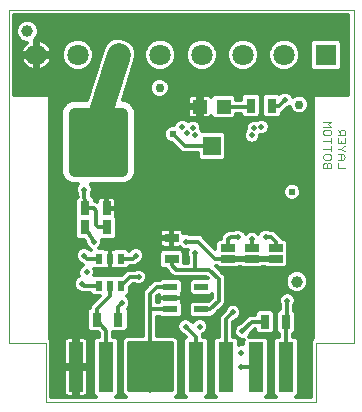
<source format=gbl>
G75*
%MOIN*%
%OFA0B0*%
%FSLAX24Y24*%
%IPPOS*%
%LPD*%
%AMOC8*
5,1,8,0,0,1.08239X$1,22.5*
%
%ADD10C,0.0000*%
%ADD11C,0.0040*%
%ADD12R,0.0500X0.1654*%
%ADD13R,0.0236X0.0354*%
%ADD14C,0.0258*%
%ADD15R,0.0500X0.0250*%
%ADD16R,0.0591X0.0630*%
%ADD17R,0.0472X0.0472*%
%ADD18R,0.0315X0.0472*%
%ADD19R,0.0472X0.0217*%
%ADD20R,0.0472X0.0315*%
%ADD21R,0.0709X0.0709*%
%ADD22C,0.0709*%
%ADD23C,0.0394*%
%ADD24C,0.0200*%
%ADD25C,0.0295*%
%ADD26C,0.0237*%
%ADD27C,0.0118*%
%ADD28C,0.0394*%
%ADD29C,0.0787*%
%ADD30C,0.0197*%
D10*
X001591Y000198D02*
X001591Y002167D01*
X000343Y002167D01*
X000343Y013269D01*
X011839Y013269D01*
X011839Y002167D01*
X010591Y002167D01*
X010591Y000198D01*
X001591Y000198D01*
D11*
X010835Y008014D02*
X010835Y008141D01*
X010878Y008184D01*
X010920Y008184D01*
X010963Y008141D01*
X010963Y008014D01*
X010963Y008141D02*
X011005Y008184D01*
X011048Y008184D01*
X011090Y008141D01*
X011090Y008014D01*
X010835Y008014D01*
X010878Y008286D02*
X010835Y008328D01*
X010835Y008413D01*
X010878Y008456D01*
X011048Y008456D01*
X011090Y008413D01*
X011090Y008328D01*
X011048Y008286D01*
X010878Y008286D01*
X011090Y008557D02*
X011090Y008728D01*
X011090Y008643D02*
X010835Y008643D01*
X010835Y008915D02*
X011090Y008915D01*
X011090Y009000D02*
X011090Y008829D01*
X011307Y008829D02*
X011307Y009000D01*
X011307Y009101D02*
X011563Y009101D01*
X011563Y009229D01*
X011520Y009272D01*
X011435Y009272D01*
X011393Y009229D01*
X011393Y009101D01*
X011393Y009186D02*
X011307Y009272D01*
X011090Y009229D02*
X011048Y009272D01*
X010878Y009272D01*
X010835Y009229D01*
X010835Y009144D01*
X010878Y009101D01*
X011048Y009101D01*
X011090Y009144D01*
X011090Y009229D01*
X011090Y009373D02*
X010835Y009373D01*
X010835Y009543D02*
X011090Y009543D01*
X011005Y009458D01*
X011090Y009373D01*
X011435Y008915D02*
X011435Y008829D01*
X011563Y008829D02*
X011307Y008829D01*
X011307Y008643D02*
X011435Y008643D01*
X011520Y008728D01*
X011563Y008728D01*
X011563Y008829D02*
X011563Y009000D01*
X011435Y008643D02*
X011520Y008557D01*
X011563Y008557D01*
X011478Y008456D02*
X011563Y008371D01*
X011478Y008286D01*
X011307Y008286D01*
X011307Y008184D02*
X011307Y008014D01*
X011563Y008014D01*
X011435Y008286D02*
X011435Y008456D01*
X011478Y008456D02*
X011307Y008456D01*
D12*
X009591Y001372D03*
X008591Y001372D03*
X007591Y001372D03*
X006591Y001372D03*
X005591Y001372D03*
X004591Y001372D03*
X003591Y001372D03*
X002591Y001372D03*
D13*
X003339Y004076D03*
X003713Y004076D03*
X004087Y004076D03*
X004087Y004982D03*
X003713Y004982D03*
X003339Y004982D03*
D14*
X005972Y006852D03*
X005972Y007364D03*
X005972Y007876D03*
X006484Y007876D03*
X006996Y007876D03*
X007508Y007876D03*
X008020Y007876D03*
X008020Y007364D03*
X008020Y006852D03*
X007508Y006852D03*
X007508Y007364D03*
X006996Y007364D03*
X006484Y007364D03*
X006484Y006852D03*
X006996Y006852D03*
X008531Y006852D03*
X008531Y007364D03*
X008531Y007876D03*
X009043Y007876D03*
X009043Y007364D03*
X009043Y006852D03*
D15*
X009240Y005351D03*
X009240Y004967D03*
X008453Y004967D03*
X008453Y005351D03*
X007665Y005351D03*
X007665Y004967D03*
D16*
X007114Y008742D03*
D17*
X006720Y010051D03*
X007508Y010051D03*
D18*
X008413Y010080D03*
X009122Y010080D03*
X003610Y006655D03*
X003610Y006025D03*
X002902Y006025D03*
X002902Y006655D03*
X003295Y002954D03*
X004004Y002954D03*
X008886Y002876D03*
X009594Y002876D03*
D19*
X006760Y003289D03*
X006760Y004037D03*
X005736Y004037D03*
X005736Y003663D03*
X005736Y003289D03*
D20*
X005776Y004962D03*
X005776Y005671D03*
D21*
X010913Y011773D03*
D22*
X009535Y011773D03*
X008157Y011773D03*
X006780Y011773D03*
X005402Y011773D03*
X004024Y011773D03*
X002646Y011773D03*
X001268Y011773D03*
D23*
X000972Y012561D03*
X009949Y004214D03*
D24*
X009634Y003584D03*
X008138Y002561D03*
X007823Y003191D03*
X006720Y002718D03*
X006248Y002718D03*
X005067Y002009D03*
X005146Y001694D03*
X005067Y001380D03*
X005146Y000986D03*
X005067Y000592D03*
X003098Y000986D03*
X003059Y001380D03*
X003098Y001773D03*
X003059Y002167D03*
X001957Y002167D03*
X002035Y001694D03*
X002035Y001143D03*
X001957Y000592D03*
X003059Y000513D03*
X004122Y003506D03*
X004673Y004372D03*
X004594Y005080D03*
X003177Y005553D03*
X002862Y005080D03*
X002941Y004529D03*
X002783Y004135D03*
X002862Y007285D03*
X006130Y009372D03*
X006287Y009175D03*
X006484Y009332D03*
X006563Y009096D03*
X008453Y009096D03*
X008531Y009332D03*
X008768Y009372D03*
X009634Y009883D03*
X009555Y010277D03*
X008925Y005710D03*
X008453Y005631D03*
X007980Y005710D03*
X006563Y005159D03*
X006248Y005553D03*
X008098Y001852D03*
X008098Y001380D03*
D25*
X010028Y010120D03*
X006130Y010395D03*
X005382Y010671D03*
D26*
X005815Y009135D03*
X003965Y008860D03*
X003965Y009569D03*
X003335Y009569D03*
X002705Y009569D03*
X002705Y008860D03*
X003335Y008860D03*
X003335Y008072D03*
X002705Y008072D03*
X003965Y008072D03*
X009791Y007206D03*
D27*
X009495Y007195D02*
X009277Y007195D01*
X009267Y007180D02*
X009298Y007227D01*
X009320Y007280D01*
X009331Y007335D01*
X009331Y007364D01*
X009331Y007392D01*
X009320Y007448D01*
X009298Y007500D01*
X009267Y007547D01*
X009227Y007587D01*
X009180Y007619D01*
X009178Y007620D01*
X009180Y007620D01*
X009227Y007652D01*
X009267Y007692D01*
X009298Y007739D01*
X009320Y007792D01*
X009331Y007847D01*
X009331Y007876D01*
X009331Y007904D01*
X009320Y007960D01*
X009298Y008012D01*
X009267Y008059D01*
X009227Y008099D01*
X009180Y008131D01*
X009127Y008152D01*
X009072Y008164D01*
X009043Y008164D01*
X009015Y008164D01*
X008959Y008152D01*
X008907Y008131D01*
X008860Y008099D01*
X008820Y008059D01*
X008788Y008012D01*
X008787Y008010D01*
X008787Y008012D01*
X008755Y008059D01*
X008715Y008099D01*
X008668Y008131D01*
X008615Y008152D01*
X008560Y008164D01*
X008532Y008164D01*
X008532Y007876D01*
X009043Y007876D01*
X009043Y008164D01*
X009043Y007876D01*
X009043Y007876D01*
X009043Y007876D01*
X008755Y007876D01*
X008532Y007876D01*
X008532Y007876D01*
X008531Y007876D01*
X008531Y008164D01*
X008503Y008164D01*
X008448Y008152D01*
X008395Y008131D01*
X008348Y008099D01*
X008308Y008059D01*
X008276Y008012D01*
X008276Y008010D01*
X008275Y008012D01*
X008243Y008059D01*
X008203Y008099D01*
X008156Y008131D01*
X008104Y008152D01*
X008048Y008164D01*
X008020Y008164D01*
X008020Y007876D01*
X008020Y007876D01*
X008531Y007876D01*
X008531Y007876D01*
X008244Y007876D01*
X008020Y007876D01*
X008020Y007876D01*
X008020Y008164D01*
X007991Y008164D01*
X007936Y008152D01*
X007883Y008131D01*
X007836Y008099D01*
X007796Y008059D01*
X007765Y008012D01*
X007764Y008010D01*
X007763Y008012D01*
X007732Y008059D01*
X007691Y008099D01*
X007644Y008131D01*
X007592Y008152D01*
X007536Y008164D01*
X007508Y008164D01*
X007508Y007876D01*
X007508Y007876D01*
X007508Y008164D01*
X007480Y008164D01*
X007424Y008152D01*
X007371Y008131D01*
X007324Y008099D01*
X007284Y008059D01*
X007253Y008012D01*
X007252Y008010D01*
X007251Y008012D01*
X007220Y008059D01*
X007180Y008099D01*
X007132Y008131D01*
X007080Y008152D01*
X007024Y008164D01*
X006996Y008164D01*
X006968Y008164D01*
X006912Y008152D01*
X006860Y008131D01*
X006813Y008099D01*
X006772Y008059D01*
X006741Y008012D01*
X006740Y008010D01*
X006739Y008012D01*
X006708Y008059D01*
X006668Y008099D01*
X006621Y008131D01*
X006568Y008152D01*
X006513Y008164D01*
X006484Y008164D01*
X006456Y008164D01*
X006400Y008152D01*
X006348Y008131D01*
X006301Y008099D01*
X006261Y008059D01*
X006229Y008012D01*
X006228Y008010D01*
X006228Y008012D01*
X006196Y008059D01*
X006156Y008099D01*
X006109Y008131D01*
X006056Y008152D01*
X006001Y008164D01*
X005972Y008164D01*
X005944Y008164D01*
X005888Y008152D01*
X005836Y008131D01*
X005789Y008099D01*
X005749Y008059D01*
X005717Y008012D01*
X005696Y007960D01*
X005684Y007904D01*
X005684Y007876D01*
X005972Y007876D01*
X005972Y008164D01*
X005972Y007876D01*
X005972Y007876D01*
X005972Y007876D01*
X005684Y007876D01*
X005684Y007847D01*
X005696Y007792D01*
X005717Y007739D01*
X005749Y007692D01*
X005789Y007652D01*
X005836Y007620D01*
X005838Y007620D01*
X005836Y007619D01*
X005789Y007587D01*
X005749Y007547D01*
X005717Y007500D01*
X005696Y007448D01*
X005684Y007392D01*
X005684Y007364D01*
X005972Y007364D01*
X005972Y007364D01*
X005972Y007876D01*
X005972Y007876D01*
X006484Y007876D01*
X006484Y008164D01*
X006484Y007876D01*
X006484Y007876D01*
X006484Y007876D01*
X006196Y007876D01*
X005972Y007876D01*
X005972Y007876D01*
X005972Y007652D01*
X005972Y007364D01*
X005972Y007364D01*
X005684Y007364D01*
X005684Y007335D01*
X005696Y007280D01*
X005717Y007227D01*
X005749Y007180D01*
X005789Y007140D01*
X005836Y007109D01*
X005838Y007108D01*
X005836Y007107D01*
X005789Y007076D01*
X005749Y007036D01*
X005717Y006988D01*
X005696Y006936D01*
X005684Y006880D01*
X005684Y006852D01*
X005972Y006852D01*
X005972Y006852D01*
X005684Y006852D01*
X005684Y006824D01*
X005696Y006768D01*
X005717Y006716D01*
X005749Y006668D01*
X005789Y006628D01*
X005836Y006597D01*
X005888Y006575D01*
X005944Y006564D01*
X005972Y006564D01*
X005972Y006852D01*
X005972Y007076D01*
X005972Y007364D01*
X005972Y007364D01*
X006260Y007364D01*
X006484Y007364D01*
X006484Y007876D01*
X006996Y007876D01*
X006996Y008164D01*
X006996Y007876D01*
X006996Y007876D01*
X006996Y007876D01*
X007508Y007876D01*
X008020Y007876D01*
X008020Y007876D01*
X008020Y007364D01*
X008308Y007364D01*
X008531Y007364D01*
X008531Y007364D01*
X008531Y007588D01*
X008531Y007876D01*
X008532Y007876D01*
X008532Y007364D01*
X008755Y007364D01*
X009043Y007364D01*
X009043Y007364D01*
X009043Y007652D01*
X009043Y007876D01*
X009331Y007876D01*
X009043Y007876D01*
X009043Y007876D01*
X009043Y007876D01*
X009043Y007364D01*
X009043Y007364D01*
X008532Y007364D01*
X008532Y007364D01*
X008531Y007364D01*
X008020Y007364D01*
X008020Y007364D01*
X008020Y007364D01*
X008020Y007588D01*
X008020Y007876D01*
X008020Y007876D01*
X007732Y007876D01*
X007508Y007876D01*
X007508Y007876D01*
X007508Y007876D01*
X007508Y007652D01*
X007508Y007364D01*
X007508Y007364D01*
X008020Y007364D01*
X008020Y006852D01*
X008308Y006852D01*
X008531Y006852D01*
X008531Y006852D01*
X008020Y006852D01*
X008020Y006852D01*
X008020Y006852D01*
X008020Y006564D01*
X008048Y006564D01*
X008104Y006575D01*
X008156Y006597D01*
X008203Y006628D01*
X008243Y006668D01*
X008275Y006716D01*
X008276Y006717D01*
X008276Y006716D01*
X008308Y006668D01*
X008348Y006628D01*
X008395Y006597D01*
X008448Y006575D01*
X008503Y006564D01*
X008531Y006564D01*
X008531Y006852D01*
X008531Y007364D01*
X008532Y007364D01*
X008532Y007076D01*
X008532Y006852D01*
X008819Y006852D01*
X009043Y006852D01*
X009043Y006852D01*
X008532Y006852D01*
X008532Y006852D01*
X008531Y006852D01*
X008532Y006852D01*
X008532Y006564D01*
X008560Y006564D01*
X008615Y006575D01*
X008668Y006597D01*
X008715Y006628D01*
X008755Y006668D01*
X008787Y006716D01*
X008787Y006717D01*
X008788Y006716D01*
X008820Y006668D01*
X008860Y006628D01*
X008907Y006597D01*
X008959Y006575D01*
X009015Y006564D01*
X009043Y006564D01*
X009043Y006852D01*
X009043Y007140D01*
X009043Y007364D01*
X009043Y007364D01*
X009331Y007364D01*
X009043Y007364D01*
X009043Y007364D01*
X009043Y006852D01*
X009043Y006852D01*
X009043Y006852D01*
X009043Y006564D01*
X009072Y006564D01*
X009127Y006575D01*
X009180Y006597D01*
X009227Y006628D01*
X009267Y006668D01*
X009298Y006716D01*
X009320Y006768D01*
X009331Y006824D01*
X009331Y006852D01*
X009331Y006880D01*
X009320Y006936D01*
X009298Y006988D01*
X009267Y007036D01*
X009227Y007076D01*
X009180Y007107D01*
X009178Y007108D01*
X009180Y007109D01*
X009227Y007140D01*
X009267Y007180D01*
X009223Y007078D02*
X009524Y007078D01*
X009540Y007039D02*
X009624Y006955D01*
X009732Y006910D01*
X009850Y006910D01*
X009959Y006955D01*
X010042Y007039D01*
X010087Y007147D01*
X010087Y007265D01*
X010042Y007374D01*
X009959Y007457D01*
X009850Y007502D01*
X009732Y007502D01*
X009624Y007457D01*
X009540Y007374D01*
X009495Y007265D01*
X009495Y007147D01*
X009540Y007039D01*
X009617Y006962D02*
X009309Y006962D01*
X009398Y006962D02*
X005697Y006962D01*
X005706Y006962D02*
X003911Y006962D01*
X003916Y006953D02*
X003895Y006989D01*
X003865Y007019D01*
X003829Y007040D01*
X003789Y007050D01*
X003630Y007050D01*
X003630Y006675D01*
X003591Y006675D01*
X003591Y007050D01*
X003432Y007050D01*
X003391Y007040D01*
X003355Y007019D01*
X003325Y006989D01*
X003305Y006953D01*
X003294Y006912D01*
X003294Y006873D01*
X003275Y006891D01*
X003236Y006891D01*
X003236Y006965D01*
X003132Y007069D01*
X003112Y007069D01*
X003107Y007152D01*
X003139Y007230D01*
X003139Y007340D01*
X003097Y007442D01*
X003077Y007462D01*
X004212Y007462D01*
X004379Y007531D01*
X004506Y007658D01*
X004575Y007825D01*
X004575Y009895D01*
X004506Y010061D01*
X004379Y010189D01*
X004212Y010257D01*
X004148Y010257D01*
X004602Y011711D01*
X004582Y011938D01*
X004477Y012139D01*
X004302Y012284D01*
X004086Y012352D01*
X003859Y012332D01*
X003658Y012226D01*
X003513Y012052D01*
X002952Y010257D01*
X002457Y010257D01*
X002291Y010189D01*
X002163Y010061D01*
X002094Y009895D01*
X002094Y007825D01*
X002163Y007658D01*
X002291Y007531D01*
X002457Y007462D01*
X002647Y007462D01*
X002627Y007442D01*
X002585Y007340D01*
X002585Y007230D01*
X002627Y007128D01*
X002636Y007119D01*
X002641Y007039D01*
X002567Y006965D01*
X002567Y006346D01*
X002572Y006340D01*
X002567Y006335D01*
X002567Y005716D01*
X002671Y005612D01*
X002869Y005612D01*
X002900Y005559D01*
X002900Y005498D01*
X002942Y005396D01*
X003020Y005318D01*
X003097Y005286D01*
X003073Y005262D01*
X003019Y005315D01*
X002917Y005358D01*
X002807Y005358D01*
X002705Y005315D01*
X002627Y005237D01*
X002585Y005135D01*
X002585Y005025D01*
X002627Y004923D01*
X002705Y004845D01*
X002804Y004804D01*
X002827Y004782D01*
X002784Y004764D01*
X002706Y004686D01*
X002664Y004584D01*
X002664Y004474D01*
X002695Y004399D01*
X002626Y004370D01*
X002548Y004292D01*
X002506Y004191D01*
X002506Y004080D01*
X002548Y003978D01*
X002626Y003900D01*
X002725Y003859D01*
X002745Y003840D01*
X003043Y003840D01*
X003043Y003826D01*
X003147Y003722D01*
X003375Y003722D01*
X003059Y003407D01*
X003059Y003362D01*
X002961Y003264D01*
X002961Y002645D01*
X003064Y002541D01*
X003321Y002541D01*
X003354Y002498D01*
X003354Y002376D01*
X003267Y002376D01*
X003163Y002272D01*
X003163Y000471D01*
X003259Y000376D01*
X001768Y000376D01*
X001768Y002240D01*
X001720Y002288D01*
X001720Y010435D01*
X000520Y010435D01*
X000520Y013092D01*
X011661Y013092D01*
X011661Y010435D01*
X010500Y010435D01*
X010500Y002327D01*
X010413Y002240D01*
X010413Y000376D01*
X009922Y000376D01*
X010018Y000471D01*
X010018Y002272D01*
X009914Y002376D01*
X009827Y002376D01*
X009827Y002464D01*
X009929Y002566D01*
X009929Y003185D01*
X009870Y003244D01*
X009870Y003430D01*
X009911Y003529D01*
X009911Y003639D01*
X009869Y003741D01*
X009791Y003819D01*
X009689Y003861D01*
X009579Y003861D01*
X009477Y003819D01*
X009399Y003741D01*
X009357Y003639D01*
X009357Y003529D01*
X009398Y003430D01*
X009398Y003289D01*
X009364Y003289D01*
X009260Y003185D01*
X009260Y002566D01*
X009354Y002471D01*
X009354Y002376D01*
X009267Y002376D01*
X009163Y002272D01*
X009163Y000471D01*
X009259Y000376D01*
X008922Y000376D01*
X009018Y000471D01*
X009018Y002272D01*
X008914Y002376D01*
X008345Y002376D01*
X008373Y002404D01*
X008414Y002503D01*
X008551Y002639D01*
X008551Y002566D01*
X008655Y002462D01*
X009117Y002462D01*
X009220Y002566D01*
X009220Y003185D01*
X009117Y003289D01*
X008655Y003289D01*
X008551Y003185D01*
X008551Y003112D01*
X008355Y003112D01*
X008080Y002837D01*
X007981Y002796D01*
X007903Y002718D01*
X007861Y002616D01*
X007861Y002505D01*
X007903Y002404D01*
X007981Y002326D01*
X008083Y002283D01*
X008175Y002283D01*
X008163Y002272D01*
X008163Y002125D01*
X008154Y002129D01*
X008043Y002129D01*
X008018Y002119D01*
X008018Y002272D01*
X007914Y002376D01*
X007827Y002376D01*
X007827Y002860D01*
X007881Y002915D01*
X007980Y002956D01*
X008058Y003034D01*
X008100Y003135D01*
X008100Y003246D01*
X008058Y003348D01*
X007980Y003426D01*
X007878Y003468D01*
X007768Y003468D01*
X007666Y003426D01*
X007588Y003348D01*
X007547Y003249D01*
X007354Y003056D01*
X007354Y002376D01*
X007267Y002376D01*
X007163Y002272D01*
X007163Y000471D01*
X007259Y000376D01*
X006922Y000376D01*
X007018Y000471D01*
X007018Y002272D01*
X006914Y002376D01*
X006827Y002376D01*
X006827Y002462D01*
X006877Y002483D01*
X006955Y002561D01*
X006998Y002663D01*
X006998Y002773D01*
X006955Y002875D01*
X006877Y002953D01*
X006776Y002995D01*
X006665Y002995D01*
X006563Y002953D01*
X006485Y002875D01*
X006484Y002872D01*
X006483Y002875D01*
X006405Y002953D01*
X006303Y002995D01*
X006193Y002995D01*
X006091Y002953D01*
X006013Y002875D01*
X005971Y002773D01*
X005971Y002663D01*
X006013Y002561D01*
X006091Y002483D01*
X006190Y002442D01*
X006262Y002370D01*
X006163Y002272D01*
X006163Y000471D01*
X006259Y000376D01*
X005922Y000376D01*
X006018Y000471D01*
X006018Y002272D01*
X005914Y002376D01*
X005901Y002376D01*
X005873Y002403D01*
X005303Y002403D01*
X005303Y003053D01*
X005377Y003053D01*
X005427Y003004D01*
X006046Y003004D01*
X006150Y003107D01*
X006150Y003471D01*
X006122Y003498D01*
X006131Y003534D01*
X006131Y003663D01*
X005736Y003663D01*
X005341Y003663D01*
X005341Y003534D01*
X005343Y003525D01*
X005303Y003525D01*
X005303Y003723D01*
X005341Y003760D01*
X005341Y003663D01*
X005736Y003663D01*
X005736Y003663D01*
X006131Y003663D01*
X006131Y003792D01*
X006122Y003828D01*
X006150Y003855D01*
X006150Y004219D01*
X006046Y004322D01*
X005427Y004322D01*
X005377Y004273D01*
X005186Y004273D01*
X004969Y004057D01*
X004831Y003918D01*
X004831Y002403D01*
X004260Y002403D01*
X004122Y002265D01*
X004122Y000494D01*
X004241Y000376D01*
X003922Y000376D01*
X004018Y000471D01*
X004018Y002272D01*
X003914Y002376D01*
X003827Y002376D01*
X003827Y002541D01*
X004235Y002541D01*
X004339Y002645D01*
X004339Y003264D01*
X004306Y003297D01*
X004357Y003348D01*
X004399Y003450D01*
X004399Y003561D01*
X004357Y003663D01*
X004288Y003732D01*
X004382Y003826D01*
X004382Y004038D01*
X004480Y004135D01*
X004519Y004135D01*
X004618Y004094D01*
X004728Y004094D01*
X004830Y004137D01*
X004908Y004215D01*
X004950Y004317D01*
X004950Y004427D01*
X004908Y004529D01*
X004830Y004607D01*
X004728Y004649D01*
X004618Y004649D01*
X004519Y004608D01*
X004284Y004608D01*
X004146Y004469D01*
X004107Y004431D01*
X003200Y004431D01*
X003218Y004474D01*
X003218Y004584D01*
X003200Y004628D01*
X003530Y004628D01*
X003554Y004651D01*
X003574Y004646D01*
X003713Y004646D01*
X003852Y004646D01*
X003872Y004651D01*
X003895Y004628D01*
X004278Y004628D01*
X004382Y004731D01*
X004382Y004746D01*
X004594Y004746D01*
X004653Y004804D01*
X004752Y004845D01*
X004829Y004923D01*
X004872Y005025D01*
X004872Y005135D01*
X004829Y005237D01*
X004752Y005315D01*
X004650Y005358D01*
X004539Y005358D01*
X004437Y005315D01*
X004368Y005246D01*
X004278Y005336D01*
X003895Y005336D01*
X003872Y005313D01*
X003852Y005318D01*
X003713Y005318D01*
X003713Y004982D01*
X003713Y004982D01*
X003713Y004646D01*
X003713Y004982D01*
X003713Y004982D01*
X003713Y005318D01*
X003574Y005318D01*
X003554Y005313D01*
X003530Y005336D01*
X003353Y005336D01*
X003412Y005396D01*
X003454Y005498D01*
X003454Y005608D01*
X003453Y005612D01*
X003841Y005612D01*
X003945Y005716D01*
X003945Y006335D01*
X003917Y006362D01*
X003927Y006398D01*
X003927Y006635D01*
X003630Y006635D01*
X003630Y006675D01*
X003927Y006675D01*
X003927Y006912D01*
X003916Y006953D01*
X003927Y006845D02*
X005684Y006845D01*
X005697Y006845D02*
X009398Y006845D01*
X009331Y006845D02*
X010500Y006845D01*
X010500Y006729D02*
X009304Y006729D01*
X009398Y006729D02*
X005697Y006729D01*
X005712Y006729D02*
X003927Y006729D01*
X003927Y006612D02*
X005813Y006612D01*
X005697Y006612D02*
X009398Y006612D01*
X009398Y006498D02*
X005697Y006498D01*
X005697Y008387D01*
X006648Y008347D01*
X006746Y008250D01*
X007483Y008250D01*
X007542Y008309D01*
X009398Y008230D01*
X009398Y006498D01*
X009202Y006612D02*
X010500Y006612D01*
X010500Y006495D02*
X003927Y006495D01*
X003922Y006379D02*
X010500Y006379D01*
X010500Y006262D02*
X003945Y006262D01*
X003945Y006146D02*
X010500Y006146D01*
X010500Y006029D02*
X003945Y006029D01*
X003945Y005912D02*
X005404Y005912D01*
X005412Y005926D02*
X005391Y005890D01*
X005380Y005849D01*
X005380Y005691D01*
X005756Y005691D01*
X005756Y005987D01*
X005518Y005987D01*
X005478Y005977D01*
X005442Y005956D01*
X005412Y005926D01*
X005380Y005796D02*
X003945Y005796D01*
X003908Y005679D02*
X005756Y005679D01*
X005756Y005691D02*
X005756Y005651D01*
X005795Y005651D01*
X005795Y005354D01*
X006033Y005354D01*
X006050Y005359D01*
X006091Y005318D01*
X006193Y005276D01*
X006303Y005276D01*
X006313Y005280D01*
X006286Y005214D01*
X006286Y005104D01*
X006327Y005005D01*
X006327Y004844D01*
X006189Y004844D01*
X006189Y005193D01*
X006085Y005297D01*
X005466Y005297D01*
X005362Y005193D01*
X005362Y004731D01*
X005466Y004628D01*
X005579Y004628D01*
X005697Y004510D01*
X005835Y004372D01*
X006938Y004372D01*
X006987Y004322D01*
X006450Y004322D01*
X006346Y004219D01*
X006346Y003855D01*
X006450Y003752D01*
X007069Y003752D01*
X007114Y003796D01*
X007114Y003682D01*
X007006Y003574D01*
X006450Y003574D01*
X006346Y003471D01*
X006346Y003107D01*
X006450Y003004D01*
X007069Y003004D01*
X007119Y003053D01*
X007153Y003053D01*
X007587Y003486D01*
X007587Y004391D01*
X007448Y004529D01*
X007246Y004731D01*
X007276Y004731D01*
X007342Y004665D01*
X007989Y004665D01*
X008015Y004692D01*
X008103Y004692D01*
X008129Y004665D01*
X008776Y004665D01*
X008803Y004692D01*
X008890Y004692D01*
X008917Y004665D01*
X009564Y004665D01*
X009667Y004769D01*
X009667Y005549D01*
X009564Y005653D01*
X009474Y005653D01*
X009181Y005946D01*
X009079Y005946D01*
X008980Y005987D01*
X008870Y005987D01*
X008768Y005945D01*
X008690Y005867D01*
X008666Y005810D01*
X008610Y005866D01*
X008508Y005909D01*
X008398Y005909D01*
X008296Y005866D01*
X008239Y005810D01*
X008215Y005867D01*
X008137Y005945D01*
X008035Y005987D01*
X007925Y005987D01*
X007826Y005946D01*
X007646Y005946D01*
X007568Y005868D01*
X007429Y005729D01*
X007429Y005653D01*
X007342Y005653D01*
X007238Y005549D01*
X007238Y005290D01*
X006740Y005789D01*
X006402Y005789D01*
X006303Y005830D01*
X006193Y005830D01*
X006171Y005821D01*
X006171Y005849D01*
X006160Y005890D01*
X006139Y005926D01*
X006109Y005956D01*
X006073Y005977D01*
X006033Y005987D01*
X005795Y005987D01*
X005795Y005691D01*
X005756Y005691D01*
X005756Y005651D02*
X005380Y005651D01*
X005380Y005492D01*
X005391Y005452D01*
X005412Y005416D01*
X005442Y005386D01*
X005478Y005365D01*
X005518Y005354D01*
X005756Y005354D01*
X005756Y005651D01*
X005756Y005563D02*
X005795Y005563D01*
X005795Y005446D02*
X005756Y005446D01*
X006079Y005329D02*
X004718Y005329D01*
X004840Y005213D02*
X005382Y005213D01*
X005362Y005096D02*
X004872Y005096D01*
X004853Y004979D02*
X005362Y004979D01*
X005362Y004863D02*
X004769Y004863D01*
X004594Y004746D02*
X005362Y004746D01*
X005464Y004630D02*
X004775Y004630D01*
X004915Y004513D02*
X005694Y004513D01*
X005810Y004396D02*
X004950Y004396D01*
X004935Y004280D02*
X005384Y004280D01*
X005283Y004037D02*
X005067Y003820D01*
X005067Y003348D01*
X005126Y003289D01*
X005736Y003289D01*
X005736Y003663D02*
X005736Y003663D01*
X005736Y004037D02*
X005283Y004037D01*
X005076Y004163D02*
X004857Y004163D01*
X004959Y004047D02*
X004391Y004047D01*
X004382Y003930D02*
X004842Y003930D01*
X004831Y003813D02*
X004369Y003813D01*
X004323Y003697D02*
X004831Y003697D01*
X004831Y003580D02*
X004391Y003580D01*
X004399Y003464D02*
X004831Y003464D01*
X004831Y003347D02*
X004355Y003347D01*
X004339Y003230D02*
X004831Y003230D01*
X004831Y003114D02*
X004339Y003114D01*
X004339Y002997D02*
X004831Y002997D01*
X004831Y002880D02*
X004339Y002880D01*
X004339Y002764D02*
X004831Y002764D01*
X004831Y002647D02*
X004339Y002647D01*
X004155Y002297D02*
X003992Y002297D01*
X004018Y002181D02*
X004122Y002181D01*
X004122Y002064D02*
X004018Y002064D01*
X004018Y001948D02*
X004122Y001948D01*
X004122Y001831D02*
X004018Y001831D01*
X004018Y001714D02*
X004122Y001714D01*
X004122Y001598D02*
X004018Y001598D01*
X004018Y001481D02*
X004122Y001481D01*
X004122Y001365D02*
X004018Y001365D01*
X004018Y001248D02*
X004122Y001248D01*
X004122Y001131D02*
X004018Y001131D01*
X004018Y001015D02*
X004122Y001015D01*
X004122Y000898D02*
X004018Y000898D01*
X004018Y000781D02*
X004122Y000781D01*
X004122Y000665D02*
X004018Y000665D01*
X004018Y000548D02*
X004122Y000548D01*
X004185Y000432D02*
X003978Y000432D01*
X004358Y000592D02*
X004358Y002167D01*
X005776Y002167D01*
X005776Y000592D01*
X004358Y000592D01*
X004358Y000665D02*
X005776Y000665D01*
X005776Y000781D02*
X004358Y000781D01*
X004358Y000898D02*
X005776Y000898D01*
X005776Y001015D02*
X004358Y001015D01*
X004358Y001131D02*
X005776Y001131D01*
X005776Y001248D02*
X004358Y001248D01*
X004358Y001365D02*
X005776Y001365D01*
X005776Y001481D02*
X004358Y001481D01*
X004358Y001598D02*
X005776Y001598D01*
X005776Y001714D02*
X004358Y001714D01*
X004358Y001831D02*
X005776Y001831D01*
X005776Y001948D02*
X004358Y001948D01*
X004358Y002064D02*
X005776Y002064D01*
X006018Y002064D02*
X006163Y002064D01*
X006163Y001948D02*
X006018Y001948D01*
X006018Y001831D02*
X006163Y001831D01*
X006163Y001714D02*
X006018Y001714D01*
X006018Y001598D02*
X006163Y001598D01*
X006163Y001481D02*
X006018Y001481D01*
X006018Y001365D02*
X006163Y001365D01*
X006163Y001248D02*
X006018Y001248D01*
X006018Y001131D02*
X006163Y001131D01*
X006163Y001015D02*
X006018Y001015D01*
X006018Y000898D02*
X006163Y000898D01*
X006163Y000781D02*
X006018Y000781D01*
X006018Y000665D02*
X006163Y000665D01*
X006163Y000548D02*
X006018Y000548D01*
X005978Y000432D02*
X006203Y000432D01*
X006978Y000432D02*
X007203Y000432D01*
X007163Y000548D02*
X007018Y000548D01*
X007018Y000665D02*
X007163Y000665D01*
X007163Y000781D02*
X007018Y000781D01*
X007018Y000898D02*
X007163Y000898D01*
X007163Y001015D02*
X007018Y001015D01*
X007018Y001131D02*
X007163Y001131D01*
X007163Y001248D02*
X007018Y001248D01*
X007018Y001365D02*
X007163Y001365D01*
X007163Y001481D02*
X007018Y001481D01*
X007018Y001598D02*
X007163Y001598D01*
X007163Y001714D02*
X007018Y001714D01*
X007018Y001831D02*
X007163Y001831D01*
X007163Y001948D02*
X007018Y001948D01*
X007018Y002064D02*
X007163Y002064D01*
X007163Y002181D02*
X007018Y002181D01*
X006992Y002297D02*
X007189Y002297D01*
X007354Y002414D02*
X006827Y002414D01*
X006925Y002531D02*
X007354Y002531D01*
X007354Y002647D02*
X006991Y002647D01*
X006998Y002764D02*
X007354Y002764D01*
X007354Y002880D02*
X006950Y002880D01*
X007214Y003114D02*
X007412Y003114D01*
X007354Y002997D02*
X005303Y002997D01*
X005303Y002880D02*
X006018Y002880D01*
X005971Y002764D02*
X005303Y002764D01*
X005303Y002647D02*
X005977Y002647D01*
X006043Y002531D02*
X005303Y002531D01*
X005303Y002414D02*
X006218Y002414D01*
X006189Y002297D02*
X005992Y002297D01*
X006018Y002181D02*
X006163Y002181D01*
X006591Y002376D02*
X006248Y002718D01*
X006478Y002880D02*
X006491Y002880D01*
X006346Y003114D02*
X006150Y003114D01*
X006150Y003230D02*
X006346Y003230D01*
X006346Y003347D02*
X006150Y003347D01*
X006150Y003464D02*
X006346Y003464D01*
X006131Y003580D02*
X007012Y003580D01*
X007114Y003697D02*
X006131Y003697D01*
X006126Y003813D02*
X006389Y003813D01*
X006346Y003930D02*
X006150Y003930D01*
X006150Y004047D02*
X006346Y004047D01*
X006346Y004163D02*
X006150Y004163D01*
X006088Y004280D02*
X006408Y004280D01*
X006563Y004608D02*
X006563Y005159D01*
X006289Y005096D02*
X006189Y005096D01*
X006189Y004979D02*
X006327Y004979D01*
X006327Y004863D02*
X006189Y004863D01*
X006169Y005213D02*
X006286Y005213D01*
X006248Y005553D02*
X006642Y005553D01*
X007227Y004967D01*
X007665Y004967D01*
X007665Y005351D02*
X007665Y005631D01*
X007744Y005710D01*
X007980Y005710D01*
X008170Y005912D02*
X008735Y005912D01*
X008925Y005710D02*
X009083Y005710D01*
X009240Y005553D01*
X009240Y005351D01*
X009448Y005679D02*
X010500Y005679D01*
X010500Y005563D02*
X009654Y005563D01*
X009667Y005446D02*
X010500Y005446D01*
X010500Y005329D02*
X009667Y005329D01*
X009667Y005213D02*
X010500Y005213D01*
X010500Y005096D02*
X009667Y005096D01*
X009667Y004979D02*
X010500Y004979D01*
X010500Y004863D02*
X009667Y004863D01*
X009645Y004746D02*
X010500Y004746D01*
X010500Y004630D02*
X007348Y004630D01*
X007464Y004513D02*
X009719Y004513D01*
X009737Y004531D02*
X009632Y004426D01*
X009575Y004289D01*
X009575Y004140D01*
X009632Y004002D01*
X009737Y003897D01*
X009874Y003840D01*
X010023Y003840D01*
X010161Y003897D01*
X010266Y004002D01*
X010323Y004140D01*
X010323Y004289D01*
X010266Y004426D01*
X010161Y004531D01*
X010023Y004588D01*
X009874Y004588D01*
X009737Y004531D01*
X009619Y004396D02*
X007581Y004396D01*
X007587Y004280D02*
X009575Y004280D01*
X009575Y004163D02*
X007587Y004163D01*
X007587Y004047D02*
X009613Y004047D01*
X009704Y003930D02*
X007587Y003930D01*
X007587Y003813D02*
X009471Y003813D01*
X009380Y003697D02*
X007587Y003697D01*
X007587Y003580D02*
X009357Y003580D01*
X009384Y003464D02*
X007888Y003464D01*
X007757Y003464D02*
X007564Y003464D01*
X007588Y003347D02*
X007447Y003347D01*
X007529Y003230D02*
X007331Y003230D01*
X007055Y003289D02*
X007350Y003584D01*
X007350Y004293D01*
X007035Y004608D01*
X006563Y004608D01*
X005933Y004608D01*
X005776Y004765D01*
X005776Y004962D01*
X005395Y005446D02*
X003433Y005446D01*
X003454Y005563D02*
X005380Y005563D01*
X005756Y005796D02*
X005795Y005796D01*
X005795Y005912D02*
X005756Y005912D01*
X006147Y005912D02*
X007612Y005912D01*
X007496Y005796D02*
X006386Y005796D01*
X006849Y005679D02*
X007429Y005679D01*
X007252Y005563D02*
X006966Y005563D01*
X007083Y005446D02*
X007238Y005446D01*
X007238Y005329D02*
X007199Y005329D01*
X007024Y006564D02*
X007080Y006575D01*
X007132Y006597D01*
X007180Y006628D01*
X007220Y006668D01*
X007251Y006716D01*
X007252Y006717D01*
X007253Y006716D01*
X007284Y006668D01*
X007324Y006628D01*
X007371Y006597D01*
X007424Y006575D01*
X007480Y006564D01*
X007508Y006564D01*
X007536Y006564D01*
X007592Y006575D01*
X007644Y006597D01*
X007691Y006628D01*
X007732Y006668D01*
X007763Y006716D01*
X007764Y006717D01*
X007765Y006716D01*
X007796Y006668D01*
X007836Y006628D01*
X007883Y006597D01*
X007936Y006575D01*
X007991Y006564D01*
X008020Y006564D01*
X008020Y006852D01*
X008020Y006852D01*
X008020Y007140D01*
X008020Y007364D01*
X008020Y007364D01*
X008020Y007364D01*
X007732Y007364D01*
X007508Y007364D01*
X007508Y007364D01*
X007508Y007876D01*
X007508Y007876D01*
X007220Y007876D01*
X006996Y007876D01*
X006996Y007876D01*
X006708Y007876D01*
X006484Y007876D01*
X006484Y007876D01*
X006484Y007876D01*
X006484Y007652D01*
X006484Y007364D01*
X006484Y007364D01*
X006484Y007364D01*
X005972Y007364D01*
X005972Y007364D01*
X005972Y006852D01*
X005972Y006852D01*
X005972Y006852D01*
X005972Y006564D01*
X006001Y006564D01*
X006056Y006575D01*
X006109Y006597D01*
X006156Y006628D01*
X006196Y006668D01*
X006228Y006716D01*
X006228Y006717D01*
X006229Y006716D01*
X006261Y006668D01*
X006301Y006628D01*
X006348Y006597D01*
X006400Y006575D01*
X006456Y006564D01*
X006484Y006564D01*
X006484Y006852D01*
X006484Y006852D01*
X006260Y006852D01*
X005972Y006852D01*
X005972Y006852D01*
X006484Y006852D01*
X006484Y007076D01*
X006484Y007364D01*
X006484Y007364D01*
X006772Y007364D01*
X006996Y007364D01*
X006996Y007876D01*
X006996Y007876D01*
X006996Y007652D01*
X006996Y007364D01*
X006996Y007364D01*
X006996Y007364D01*
X007284Y007364D01*
X007508Y007364D01*
X007508Y007364D01*
X007508Y006852D01*
X007796Y006852D01*
X008020Y006852D01*
X008020Y006852D01*
X007508Y006852D01*
X007508Y006852D01*
X007508Y006852D01*
X007508Y006564D01*
X007508Y006852D01*
X007508Y006852D01*
X007508Y007140D01*
X007508Y007364D01*
X007508Y007364D01*
X006996Y007364D01*
X006996Y007364D01*
X006484Y007364D01*
X006484Y007364D01*
X006484Y006852D01*
X006484Y006852D01*
X006484Y006852D01*
X006484Y006564D01*
X006513Y006564D01*
X006568Y006575D01*
X006621Y006597D01*
X006668Y006628D01*
X006708Y006668D01*
X006739Y006716D01*
X006740Y006717D01*
X006741Y006716D01*
X006772Y006668D01*
X006813Y006628D01*
X006860Y006597D01*
X006912Y006575D01*
X006968Y006564D01*
X006996Y006564D01*
X006996Y006852D01*
X006996Y006852D01*
X006708Y006852D01*
X006484Y006852D01*
X006484Y006852D01*
X006996Y006852D01*
X006996Y007140D01*
X006996Y007364D01*
X006996Y007364D01*
X006996Y006852D01*
X006996Y006852D01*
X006996Y006852D01*
X007284Y006852D01*
X007508Y006852D01*
X007508Y006852D01*
X006996Y006852D01*
X006996Y006852D01*
X006996Y006564D01*
X007024Y006564D01*
X006996Y006612D02*
X006996Y006612D01*
X006996Y006729D02*
X006996Y006729D01*
X006996Y006845D02*
X006996Y006845D01*
X006996Y006962D02*
X006996Y006962D01*
X006996Y007078D02*
X006996Y007078D01*
X006996Y007195D02*
X006996Y007195D01*
X006996Y007312D02*
X006996Y007312D01*
X006996Y007428D02*
X006996Y007428D01*
X006996Y007545D02*
X006996Y007545D01*
X006996Y007661D02*
X006996Y007661D01*
X006996Y007778D02*
X006996Y007778D01*
X006996Y007895D02*
X006996Y007895D01*
X006996Y008011D02*
X006996Y008011D01*
X006996Y008128D02*
X006996Y008128D01*
X006855Y008128D02*
X006625Y008128D01*
X006484Y008128D02*
X006484Y008128D01*
X006484Y008011D02*
X006484Y008011D01*
X006484Y007895D02*
X006484Y007895D01*
X006484Y007778D02*
X006484Y007778D01*
X006484Y007661D02*
X006484Y007661D01*
X006484Y007545D02*
X006484Y007545D01*
X006484Y007428D02*
X006484Y007428D01*
X006484Y007312D02*
X006484Y007312D01*
X006484Y007195D02*
X006484Y007195D01*
X006484Y007078D02*
X006484Y007078D01*
X006484Y006962D02*
X006484Y006962D01*
X006484Y006845D02*
X006484Y006845D01*
X006484Y006729D02*
X006484Y006729D01*
X006484Y006612D02*
X006484Y006612D01*
X006643Y006612D02*
X006837Y006612D01*
X007155Y006612D02*
X007349Y006612D01*
X007508Y006612D02*
X007508Y006612D01*
X007508Y006729D02*
X007508Y006729D01*
X007508Y006845D02*
X007508Y006845D01*
X007508Y006962D02*
X007508Y006962D01*
X007508Y007078D02*
X007508Y007078D01*
X007508Y007195D02*
X007508Y007195D01*
X007508Y007312D02*
X007508Y007312D01*
X007508Y007428D02*
X007508Y007428D01*
X007508Y007545D02*
X007508Y007545D01*
X007508Y007661D02*
X007508Y007661D01*
X007508Y007778D02*
X007508Y007778D01*
X007508Y007895D02*
X007508Y007895D01*
X007508Y008011D02*
X007508Y008011D01*
X007508Y008128D02*
X007508Y008128D01*
X007483Y008250D02*
X007587Y008353D01*
X007587Y009130D01*
X007483Y009234D01*
X006806Y009234D01*
X006798Y009253D01*
X006761Y009290D01*
X006761Y009387D01*
X006719Y009489D01*
X006641Y009567D01*
X006539Y009609D01*
X006429Y009609D01*
X006327Y009567D01*
X006287Y009607D01*
X006185Y009649D01*
X006075Y009649D01*
X005973Y009607D01*
X005895Y009529D01*
X005855Y009431D01*
X005756Y009431D01*
X005647Y009386D01*
X005564Y009303D01*
X005519Y009194D01*
X005519Y009077D01*
X005564Y008968D01*
X005647Y008885D01*
X005756Y008840D01*
X005777Y008840D01*
X006111Y008506D01*
X006642Y008506D01*
X006642Y008353D01*
X006746Y008250D01*
X007483Y008250D01*
X007587Y008361D02*
X010500Y008361D01*
X010500Y008245D02*
X004575Y008245D01*
X004575Y008361D02*
X006642Y008361D01*
X006642Y008478D02*
X004575Y008478D01*
X004575Y008594D02*
X006022Y008594D01*
X005905Y008711D02*
X004575Y008711D01*
X004575Y008828D02*
X005789Y008828D01*
X005588Y008944D02*
X004575Y008944D01*
X004575Y009061D02*
X005526Y009061D01*
X005519Y009177D02*
X004575Y009177D01*
X004575Y009294D02*
X005560Y009294D01*
X005706Y009411D02*
X004575Y009411D01*
X004575Y009527D02*
X005894Y009527D01*
X006063Y009644D02*
X004575Y009644D01*
X004575Y009760D02*
X006334Y009760D01*
X006336Y009753D02*
X006357Y009717D01*
X006387Y009687D01*
X006423Y009666D01*
X006463Y009656D01*
X006661Y009656D01*
X006661Y009992D01*
X006325Y009992D01*
X006325Y009794D01*
X006336Y009753D01*
X006325Y009877D02*
X004575Y009877D01*
X004534Y009994D02*
X006661Y009994D01*
X006661Y009992D02*
X006661Y010110D01*
X006325Y010110D01*
X006325Y010308D01*
X006336Y010348D01*
X006357Y010385D01*
X006387Y010414D01*
X006423Y010435D01*
X006463Y010446D01*
X006661Y010446D01*
X006661Y010110D01*
X006780Y010110D01*
X006780Y010446D01*
X006978Y010446D01*
X007018Y010435D01*
X007054Y010414D01*
X007084Y010385D01*
X007097Y010363D01*
X007198Y010464D01*
X007817Y010464D01*
X007921Y010360D01*
X007921Y010287D01*
X008079Y010287D01*
X008079Y010390D01*
X008183Y010494D01*
X008644Y010494D01*
X008748Y010390D01*
X008748Y009771D01*
X008644Y009667D01*
X008183Y009667D01*
X008079Y009771D01*
X008079Y009815D01*
X007921Y009815D01*
X007921Y009741D01*
X007817Y009637D01*
X007198Y009637D01*
X007097Y009739D01*
X007084Y009717D01*
X007054Y009687D01*
X007018Y009666D01*
X006978Y009656D01*
X006780Y009656D01*
X006780Y009992D01*
X006661Y009992D01*
X006661Y009877D02*
X006780Y009877D01*
X006780Y009760D02*
X006661Y009760D01*
X006681Y009527D02*
X008334Y009527D01*
X008296Y009489D02*
X008374Y009567D01*
X008476Y009609D01*
X008587Y009609D01*
X008606Y009602D01*
X008611Y009607D01*
X008713Y009649D01*
X008823Y009649D01*
X008925Y009607D01*
X009003Y009529D01*
X009045Y009427D01*
X009045Y009317D01*
X009003Y009215D01*
X008925Y009137D01*
X008823Y009094D01*
X008730Y009094D01*
X008730Y009041D01*
X008688Y008939D01*
X008610Y008861D01*
X008508Y008819D01*
X008398Y008819D01*
X008296Y008861D01*
X008218Y008939D01*
X008176Y009041D01*
X008176Y009151D01*
X008218Y009253D01*
X008254Y009290D01*
X008254Y009387D01*
X008296Y009489D01*
X008264Y009411D02*
X006752Y009411D01*
X006761Y009294D02*
X008254Y009294D01*
X008186Y009177D02*
X007539Y009177D01*
X007587Y009061D02*
X008176Y009061D01*
X008216Y008944D02*
X007587Y008944D01*
X007587Y008828D02*
X008377Y008828D01*
X008529Y008828D02*
X010500Y008828D01*
X010500Y008944D02*
X008690Y008944D01*
X008730Y009061D02*
X010500Y009061D01*
X010500Y009177D02*
X008966Y009177D01*
X009036Y009294D02*
X010500Y009294D01*
X010500Y009411D02*
X009045Y009411D01*
X009003Y009527D02*
X010500Y009527D01*
X010500Y009644D02*
X008835Y009644D01*
X008891Y009667D02*
X008787Y009771D01*
X008787Y010390D01*
X008891Y010494D01*
X009353Y010494D01*
X009366Y010480D01*
X009398Y010512D01*
X009500Y010554D01*
X009610Y010554D01*
X009712Y010512D01*
X009790Y010434D01*
X009817Y010369D01*
X009844Y010395D01*
X009963Y010444D01*
X010092Y010444D01*
X010212Y010395D01*
X010303Y010304D01*
X010352Y010184D01*
X010352Y010055D01*
X010303Y009936D01*
X010212Y009844D01*
X010092Y009795D01*
X009963Y009795D01*
X009844Y009844D01*
X009752Y009936D01*
X009709Y010041D01*
X009613Y010001D01*
X009457Y009845D01*
X009457Y009771D01*
X009353Y009667D01*
X008891Y009667D01*
X008798Y009760D02*
X008738Y009760D01*
X008748Y009877D02*
X008787Y009877D01*
X008787Y009994D02*
X008748Y009994D01*
X008748Y010110D02*
X008787Y010110D01*
X008787Y010227D02*
X008748Y010227D01*
X008748Y010344D02*
X008787Y010344D01*
X008858Y010460D02*
X008678Y010460D01*
X008413Y010080D02*
X008384Y010051D01*
X007508Y010051D01*
X007824Y009644D02*
X008701Y009644D01*
X009122Y010080D02*
X009358Y010080D01*
X009555Y010277D01*
X009764Y010460D02*
X011661Y010460D01*
X011661Y010577D02*
X005694Y010577D01*
X005707Y010606D02*
X005657Y010487D01*
X005566Y010396D01*
X005446Y010346D01*
X005317Y010346D01*
X005198Y010396D01*
X005107Y010487D01*
X005057Y010606D01*
X005057Y010735D01*
X005107Y010855D01*
X005198Y010946D01*
X005317Y010996D01*
X005446Y010996D01*
X005566Y010946D01*
X005657Y010855D01*
X005707Y010735D01*
X005707Y010606D01*
X005707Y010693D02*
X011661Y010693D01*
X011661Y010810D02*
X005676Y010810D01*
X005586Y010927D02*
X011661Y010927D01*
X011661Y011043D02*
X004394Y011043D01*
X004357Y010927D02*
X005178Y010927D01*
X005088Y010810D02*
X004321Y010810D01*
X004284Y010693D02*
X005057Y010693D01*
X005069Y010577D02*
X004248Y010577D01*
X004211Y010460D02*
X005133Y010460D01*
X005631Y010460D02*
X007194Y010460D01*
X006780Y010344D02*
X006661Y010344D01*
X006661Y010227D02*
X006780Y010227D01*
X006780Y010110D02*
X006661Y010110D01*
X006325Y010110D02*
X004457Y010110D01*
X004286Y010227D02*
X006325Y010227D01*
X006335Y010344D02*
X004175Y010344D01*
X004430Y011160D02*
X011661Y011160D01*
X011661Y011276D02*
X011376Y011276D01*
X011341Y011242D02*
X011445Y011346D01*
X011445Y012201D01*
X011341Y012305D01*
X010486Y012305D01*
X010382Y012201D01*
X010382Y011346D01*
X010486Y011242D01*
X011341Y011242D01*
X011445Y011393D02*
X011661Y011393D01*
X011661Y011510D02*
X011445Y011510D01*
X011445Y011626D02*
X011661Y011626D01*
X011661Y011743D02*
X011445Y011743D01*
X011445Y011859D02*
X011661Y011859D01*
X011661Y011976D02*
X011445Y011976D01*
X011445Y012093D02*
X011661Y012093D01*
X011661Y012209D02*
X011437Y012209D01*
X011661Y012326D02*
X004169Y012326D01*
X004392Y012209D02*
X005086Y012209D01*
X005101Y012224D02*
X004951Y012074D01*
X004870Y011879D01*
X004870Y011668D01*
X004951Y011472D01*
X005101Y011323D01*
X005296Y011242D01*
X005507Y011242D01*
X005703Y011323D01*
X005852Y011472D01*
X005933Y011668D01*
X005933Y011879D01*
X005852Y012074D01*
X005703Y012224D01*
X005507Y012305D01*
X005296Y012305D01*
X005101Y012224D01*
X004969Y012093D02*
X004501Y012093D01*
X004562Y011976D02*
X004910Y011976D01*
X004870Y011859D02*
X004589Y011859D01*
X004600Y011743D02*
X004870Y011743D01*
X004887Y011626D02*
X004576Y011626D01*
X004539Y011510D02*
X004935Y011510D01*
X005030Y011393D02*
X004503Y011393D01*
X004466Y011276D02*
X005212Y011276D01*
X005591Y011276D02*
X006590Y011276D01*
X006674Y011242D02*
X006885Y011242D01*
X007081Y011323D01*
X007230Y011472D01*
X007311Y011668D01*
X007311Y011879D01*
X007230Y012074D01*
X007081Y012224D01*
X006885Y012305D01*
X006674Y012305D01*
X006478Y012224D01*
X006329Y012074D01*
X006248Y011879D01*
X006248Y011668D01*
X006329Y011472D01*
X006478Y011323D01*
X006674Y011242D01*
X006408Y011393D02*
X005773Y011393D01*
X005868Y011510D02*
X006313Y011510D01*
X006265Y011626D02*
X005916Y011626D01*
X005933Y011743D02*
X006248Y011743D01*
X006248Y011859D02*
X005933Y011859D01*
X005893Y011976D02*
X006288Y011976D01*
X006347Y012093D02*
X005834Y012093D01*
X005717Y012209D02*
X006464Y012209D01*
X007095Y012209D02*
X007842Y012209D01*
X007856Y012224D02*
X007707Y012074D01*
X007626Y011879D01*
X007626Y011668D01*
X007707Y011472D01*
X007856Y011323D01*
X008052Y011242D01*
X008263Y011242D01*
X008459Y011323D01*
X008608Y011472D01*
X008689Y011668D01*
X008689Y011879D01*
X008608Y012074D01*
X008459Y012224D01*
X008263Y012305D01*
X008052Y012305D01*
X007856Y012224D01*
X007725Y012093D02*
X007212Y012093D01*
X007271Y011976D02*
X007666Y011976D01*
X007626Y011859D02*
X007311Y011859D01*
X007311Y011743D02*
X007626Y011743D01*
X007643Y011626D02*
X007294Y011626D01*
X007246Y011510D02*
X007691Y011510D01*
X007786Y011393D02*
X007151Y011393D01*
X006969Y011276D02*
X007968Y011276D01*
X008347Y011276D02*
X009346Y011276D01*
X009430Y011242D02*
X009641Y011242D01*
X009837Y011323D01*
X009986Y011472D01*
X010067Y011668D01*
X010067Y011879D01*
X009986Y012074D01*
X009837Y012224D01*
X009641Y012305D01*
X009430Y012305D01*
X009234Y012224D01*
X009085Y012074D01*
X009004Y011879D01*
X009004Y011668D01*
X009085Y011472D01*
X009234Y011323D01*
X009430Y011242D01*
X009164Y011393D02*
X008529Y011393D01*
X008624Y011510D02*
X009069Y011510D01*
X009021Y011626D02*
X008672Y011626D01*
X008689Y011743D02*
X009004Y011743D01*
X009004Y011859D02*
X008689Y011859D01*
X008649Y011976D02*
X009044Y011976D01*
X009103Y012093D02*
X008590Y012093D01*
X008473Y012209D02*
X009220Y012209D01*
X009851Y012209D02*
X010390Y012209D01*
X010382Y012093D02*
X009968Y012093D01*
X010027Y011976D02*
X010382Y011976D01*
X010382Y011859D02*
X010067Y011859D01*
X010067Y011743D02*
X010382Y011743D01*
X010382Y011626D02*
X010050Y011626D01*
X010002Y011510D02*
X010382Y011510D01*
X010382Y011393D02*
X009907Y011393D01*
X009725Y011276D02*
X010451Y011276D01*
X010500Y010344D02*
X010263Y010344D01*
X010335Y010227D02*
X010500Y010227D01*
X010500Y010110D02*
X010352Y010110D01*
X010327Y009994D02*
X010500Y009994D01*
X010500Y009877D02*
X010244Y009877D01*
X010500Y009760D02*
X009446Y009760D01*
X009489Y009877D02*
X009811Y009877D01*
X009728Y009994D02*
X009606Y009994D01*
X010500Y008711D02*
X007587Y008711D01*
X007587Y008594D02*
X010500Y008594D01*
X010500Y008478D02*
X007587Y008478D01*
X007649Y008128D02*
X007879Y008128D01*
X008020Y008128D02*
X008020Y008128D01*
X008020Y008011D02*
X008020Y008011D01*
X008020Y007895D02*
X008020Y007895D01*
X008020Y007778D02*
X008020Y007778D01*
X008020Y007661D02*
X008020Y007661D01*
X008020Y007545D02*
X008020Y007545D01*
X008020Y007428D02*
X008020Y007428D01*
X008020Y007312D02*
X008020Y007312D01*
X008020Y007195D02*
X008020Y007195D01*
X008020Y007078D02*
X008020Y007078D01*
X008020Y006962D02*
X008020Y006962D01*
X008020Y006845D02*
X008020Y006845D01*
X008020Y006729D02*
X008020Y006729D01*
X008020Y006612D02*
X008020Y006612D01*
X007861Y006612D02*
X007667Y006612D01*
X008179Y006612D02*
X008372Y006612D01*
X008531Y006612D02*
X008532Y006612D01*
X008531Y006729D02*
X008532Y006729D01*
X008531Y006845D02*
X008532Y006845D01*
X008531Y006962D02*
X008532Y006962D01*
X008531Y007078D02*
X008532Y007078D01*
X008531Y007195D02*
X008532Y007195D01*
X008531Y007312D02*
X008532Y007312D01*
X008531Y007428D02*
X008532Y007428D01*
X008531Y007545D02*
X008532Y007545D01*
X008531Y007661D02*
X008532Y007661D01*
X008531Y007778D02*
X008532Y007778D01*
X008531Y007895D02*
X008532Y007895D01*
X008531Y008011D02*
X008532Y008011D01*
X008531Y008128D02*
X008532Y008128D01*
X008672Y008128D02*
X008903Y008128D01*
X009043Y008128D02*
X009043Y008128D01*
X009043Y008011D02*
X009043Y008011D01*
X009043Y007895D02*
X009043Y007895D01*
X009043Y007778D02*
X009043Y007778D01*
X009043Y007661D02*
X009043Y007661D01*
X009043Y007545D02*
X009043Y007545D01*
X009043Y007428D02*
X009043Y007428D01*
X009043Y007312D02*
X009043Y007312D01*
X009043Y007195D02*
X009043Y007195D01*
X009043Y007078D02*
X009043Y007078D01*
X009043Y006962D02*
X009043Y006962D01*
X009043Y006852D02*
X009331Y006852D01*
X009043Y006852D01*
X009043Y006852D01*
X009043Y006845D02*
X009043Y006845D01*
X009043Y006729D02*
X009043Y006729D01*
X009043Y006612D02*
X009043Y006612D01*
X008884Y006612D02*
X008691Y006612D01*
X009215Y005912D02*
X010500Y005912D01*
X010500Y005796D02*
X009331Y005796D01*
X008453Y005631D02*
X008453Y005351D01*
X009797Y003813D02*
X010500Y003813D01*
X010500Y003697D02*
X009887Y003697D01*
X009911Y003580D02*
X010500Y003580D01*
X010500Y003464D02*
X009884Y003464D01*
X009870Y003347D02*
X010500Y003347D01*
X010500Y003230D02*
X009884Y003230D01*
X009929Y003114D02*
X010500Y003114D01*
X010500Y002997D02*
X009929Y002997D01*
X009929Y002880D02*
X010500Y002880D01*
X010500Y002764D02*
X009929Y002764D01*
X009929Y002647D02*
X010500Y002647D01*
X010500Y002531D02*
X009894Y002531D01*
X009827Y002414D02*
X010500Y002414D01*
X010470Y002297D02*
X009992Y002297D01*
X010018Y002181D02*
X010413Y002181D01*
X010413Y002064D02*
X010018Y002064D01*
X010018Y001948D02*
X010413Y001948D01*
X010413Y001831D02*
X010018Y001831D01*
X010018Y001714D02*
X010413Y001714D01*
X010413Y001598D02*
X010018Y001598D01*
X010018Y001481D02*
X010413Y001481D01*
X010413Y001365D02*
X010018Y001365D01*
X010018Y001248D02*
X010413Y001248D01*
X010413Y001131D02*
X010018Y001131D01*
X010018Y001015D02*
X010413Y001015D01*
X010413Y000898D02*
X010018Y000898D01*
X010018Y000781D02*
X010413Y000781D01*
X010413Y000665D02*
X010018Y000665D01*
X010018Y000548D02*
X010413Y000548D01*
X010413Y000432D02*
X009978Y000432D01*
X009203Y000432D02*
X008978Y000432D01*
X009018Y000548D02*
X009163Y000548D01*
X009163Y000665D02*
X009018Y000665D01*
X009018Y000781D02*
X009163Y000781D01*
X009163Y000898D02*
X009018Y000898D01*
X009018Y001015D02*
X009163Y001015D01*
X009163Y001131D02*
X009018Y001131D01*
X009018Y001248D02*
X009163Y001248D01*
X009163Y001365D02*
X009018Y001365D01*
X009018Y001481D02*
X009163Y001481D01*
X009163Y001598D02*
X009018Y001598D01*
X009018Y001714D02*
X009163Y001714D01*
X009163Y001831D02*
X009018Y001831D01*
X009018Y001948D02*
X009163Y001948D01*
X009163Y002064D02*
X009018Y002064D01*
X009018Y002181D02*
X009163Y002181D01*
X009189Y002297D02*
X008992Y002297D01*
X009185Y002531D02*
X009295Y002531D01*
X009260Y002647D02*
X009220Y002647D01*
X009220Y002764D02*
X009260Y002764D01*
X009260Y002880D02*
X009220Y002880D01*
X009220Y002997D02*
X009260Y002997D01*
X009260Y003114D02*
X009220Y003114D01*
X009175Y003230D02*
X009305Y003230D01*
X009398Y003347D02*
X008058Y003347D01*
X008100Y003230D02*
X008596Y003230D01*
X008551Y003114D02*
X008091Y003114D01*
X008021Y002997D02*
X008240Y002997D01*
X008124Y002880D02*
X007847Y002880D01*
X007827Y002764D02*
X007949Y002764D01*
X007874Y002647D02*
X007827Y002647D01*
X007827Y002531D02*
X007861Y002531D01*
X007827Y002414D02*
X007898Y002414D01*
X007992Y002297D02*
X008049Y002297D01*
X008018Y002181D02*
X008163Y002181D01*
X008377Y002414D02*
X009354Y002414D01*
X009591Y002872D02*
X009594Y002876D01*
X009634Y002915D01*
X009634Y003584D01*
X010194Y003930D02*
X010500Y003930D01*
X010500Y004047D02*
X010284Y004047D01*
X010323Y004163D02*
X010500Y004163D01*
X010500Y004280D02*
X010323Y004280D01*
X010278Y004396D02*
X010500Y004396D01*
X010500Y004513D02*
X010179Y004513D01*
X009591Y002872D02*
X009591Y001372D01*
X008591Y001372D02*
X008146Y001372D01*
X008098Y001380D01*
X007591Y001372D02*
X007591Y002958D01*
X007823Y003191D01*
X008453Y002876D02*
X008138Y002561D01*
X008442Y002531D02*
X008587Y002531D01*
X008551Y002639D02*
X008551Y002639D01*
X008453Y002876D02*
X008886Y002876D01*
X007055Y003289D02*
X006760Y003289D01*
X006591Y002376D02*
X006591Y001372D01*
X005067Y002009D02*
X005067Y003348D01*
X005303Y003580D02*
X005341Y003580D01*
X005341Y003697D02*
X005303Y003697D01*
X004673Y004372D02*
X004382Y004372D01*
X004087Y004076D01*
X004189Y004513D02*
X003218Y004513D01*
X003532Y004630D02*
X003893Y004630D01*
X003713Y004746D02*
X003713Y004746D01*
X003713Y004863D02*
X003713Y004863D01*
X003713Y004979D02*
X003713Y004979D01*
X003713Y005096D02*
X003713Y005096D01*
X003713Y005213D02*
X003713Y005213D01*
X003888Y005329D02*
X003537Y005329D01*
X003339Y004982D02*
X002961Y004982D01*
X002862Y005080D01*
X002688Y004863D02*
X001720Y004863D01*
X001720Y004979D02*
X002604Y004979D01*
X002585Y005096D02*
X001720Y005096D01*
X001720Y005213D02*
X002617Y005213D01*
X002739Y005329D02*
X001720Y005329D01*
X001720Y005446D02*
X002921Y005446D01*
X002898Y005563D02*
X001720Y005563D01*
X001720Y005679D02*
X002603Y005679D01*
X002567Y005796D02*
X001720Y005796D01*
X001720Y005912D02*
X002567Y005912D01*
X002567Y006029D02*
X001720Y006029D01*
X001720Y006146D02*
X002567Y006146D01*
X002567Y006262D02*
X001720Y006262D01*
X001720Y006379D02*
X002567Y006379D01*
X002567Y006495D02*
X001720Y006495D01*
X001720Y006612D02*
X002567Y006612D01*
X002567Y006729D02*
X001720Y006729D01*
X001720Y006845D02*
X002567Y006845D01*
X002567Y006962D02*
X001720Y006962D01*
X001720Y007078D02*
X002638Y007078D01*
X002599Y007195D02*
X001720Y007195D01*
X001720Y007312D02*
X002585Y007312D01*
X002621Y007428D02*
X001720Y007428D01*
X001720Y007545D02*
X002277Y007545D01*
X002162Y007661D02*
X001720Y007661D01*
X001720Y007778D02*
X002114Y007778D01*
X002094Y007895D02*
X001720Y007895D01*
X001720Y008011D02*
X002094Y008011D01*
X002094Y008128D02*
X001720Y008128D01*
X001720Y008245D02*
X002094Y008245D01*
X002094Y008361D02*
X001720Y008361D01*
X001720Y008478D02*
X002094Y008478D01*
X002094Y008594D02*
X001720Y008594D01*
X001720Y008711D02*
X002094Y008711D01*
X002094Y008828D02*
X001720Y008828D01*
X001720Y008944D02*
X002094Y008944D01*
X002094Y009061D02*
X001720Y009061D01*
X001720Y009177D02*
X002094Y009177D01*
X002094Y009294D02*
X001720Y009294D01*
X001720Y009411D02*
X002094Y009411D01*
X002094Y009527D02*
X001720Y009527D01*
X001720Y009644D02*
X002094Y009644D01*
X002094Y009760D02*
X001720Y009760D01*
X001720Y009877D02*
X002094Y009877D01*
X002135Y009994D02*
X001720Y009994D01*
X001720Y010110D02*
X002213Y010110D01*
X002383Y010227D02*
X001720Y010227D01*
X001720Y010344D02*
X002979Y010344D01*
X003015Y010460D02*
X000520Y010460D01*
X000520Y010577D02*
X003052Y010577D01*
X003088Y010693D02*
X000520Y010693D01*
X000520Y010810D02*
X003125Y010810D01*
X003161Y010927D02*
X000520Y010927D01*
X000520Y011043D02*
X003197Y011043D01*
X003234Y011160D02*
X000520Y011160D01*
X000520Y011276D02*
X001135Y011276D01*
X001147Y011272D02*
X001209Y011263D01*
X001209Y011714D01*
X001327Y011714D01*
X001327Y011832D01*
X001778Y011832D01*
X001768Y011893D01*
X001743Y011970D01*
X001707Y012042D01*
X001659Y012108D01*
X001602Y012165D01*
X001537Y012212D01*
X001465Y012249D01*
X001388Y012274D01*
X001327Y012284D01*
X001327Y011832D01*
X001209Y011832D01*
X001209Y011714D01*
X000757Y011714D01*
X000767Y011653D01*
X000792Y011576D01*
X000829Y011504D01*
X000876Y011439D01*
X000933Y011382D01*
X000999Y011334D01*
X001071Y011297D01*
X001147Y011272D01*
X001209Y011276D02*
X001327Y011276D01*
X001327Y011263D02*
X001388Y011272D01*
X001465Y011297D01*
X001537Y011334D01*
X001602Y011382D01*
X001659Y011439D01*
X001707Y011504D01*
X001743Y011576D01*
X001768Y011653D01*
X001778Y011714D01*
X001327Y011714D01*
X001327Y011263D01*
X001400Y011276D02*
X002456Y011276D01*
X002540Y011242D02*
X002751Y011242D01*
X002947Y011323D01*
X003096Y011472D01*
X003177Y011668D01*
X003177Y011879D01*
X003096Y012074D01*
X002947Y012224D01*
X002751Y012305D01*
X002540Y012305D01*
X002345Y012224D01*
X002195Y012074D01*
X002114Y011879D01*
X002114Y011668D01*
X002195Y011472D01*
X002345Y011323D01*
X002540Y011242D01*
X002835Y011276D02*
X003270Y011276D01*
X003307Y011393D02*
X003017Y011393D01*
X003112Y011510D02*
X003343Y011510D01*
X003380Y011626D02*
X003160Y011626D01*
X003177Y011743D02*
X003416Y011743D01*
X003452Y011859D02*
X003177Y011859D01*
X003137Y011976D02*
X003489Y011976D01*
X003547Y012093D02*
X003078Y012093D01*
X002961Y012209D02*
X003644Y012209D01*
X003848Y012326D02*
X001267Y012326D01*
X001290Y012349D02*
X001346Y012486D01*
X001346Y012635D01*
X001290Y012772D01*
X001184Y012878D01*
X001047Y012935D01*
X000898Y012935D01*
X000761Y012878D01*
X000655Y012772D01*
X000598Y012635D01*
X000598Y012486D01*
X000655Y012349D01*
X000761Y012244D01*
X000898Y012187D01*
X000963Y012187D01*
X000933Y012165D01*
X000876Y012108D01*
X000829Y012042D01*
X000792Y011970D01*
X000767Y011893D01*
X000757Y011832D01*
X001209Y011832D01*
X001209Y012268D01*
X001290Y012349D01*
X001328Y012443D02*
X011661Y012443D01*
X011661Y012559D02*
X001346Y012559D01*
X001330Y012676D02*
X011661Y012676D01*
X011661Y012792D02*
X001270Y012792D01*
X001109Y012909D02*
X011661Y012909D01*
X011661Y013026D02*
X000520Y013026D01*
X000520Y012909D02*
X000836Y012909D01*
X000675Y012792D02*
X000520Y012792D01*
X000520Y012676D02*
X000615Y012676D01*
X000598Y012559D02*
X000520Y012559D01*
X000520Y012443D02*
X000617Y012443D01*
X000678Y012326D02*
X000520Y012326D01*
X000520Y012209D02*
X000843Y012209D01*
X000865Y012093D02*
X000520Y012093D01*
X000520Y011976D02*
X000795Y011976D01*
X000762Y011859D02*
X000520Y011859D01*
X000520Y011743D02*
X001209Y011743D01*
X001209Y011859D02*
X001327Y011859D01*
X001327Y011743D02*
X002114Y011743D01*
X002114Y011859D02*
X001774Y011859D01*
X001741Y011976D02*
X002154Y011976D01*
X002213Y012093D02*
X001670Y012093D01*
X001541Y012209D02*
X002330Y012209D01*
X002131Y011626D02*
X001760Y011626D01*
X001710Y011510D02*
X002180Y011510D01*
X002274Y011393D02*
X001614Y011393D01*
X001327Y011393D02*
X001209Y011393D01*
X001209Y011510D02*
X001327Y011510D01*
X001327Y011626D02*
X001209Y011626D01*
X001209Y011976D02*
X001327Y011976D01*
X001327Y012093D02*
X001209Y012093D01*
X001209Y012209D02*
X001327Y012209D01*
X000776Y011626D02*
X000520Y011626D01*
X000520Y011510D02*
X000826Y011510D01*
X000922Y011393D02*
X000520Y011393D01*
X003103Y007428D02*
X005692Y007428D01*
X005697Y007428D02*
X009398Y007428D01*
X009324Y007428D02*
X009595Y007428D01*
X009515Y007312D02*
X009327Y007312D01*
X009398Y007312D02*
X005697Y007312D01*
X005689Y007312D02*
X003139Y007312D01*
X003125Y007195D02*
X005739Y007195D01*
X005697Y007195D02*
X009398Y007195D01*
X009398Y007078D02*
X005697Y007078D01*
X005793Y007078D02*
X003112Y007078D01*
X003236Y006962D02*
X003310Y006962D01*
X003591Y006962D02*
X003630Y006962D01*
X003630Y006845D02*
X003591Y006845D01*
X003591Y006729D02*
X003630Y006729D01*
X003256Y006576D02*
X003256Y006104D01*
X003335Y006025D01*
X003610Y006025D01*
X003177Y005553D02*
X002902Y006025D01*
X002902Y006655D02*
X002862Y007285D01*
X002902Y006655D02*
X003177Y006655D01*
X003256Y006576D01*
X004392Y007545D02*
X005747Y007545D01*
X005697Y007545D02*
X009398Y007545D01*
X009398Y007661D02*
X005697Y007661D01*
X005779Y007661D02*
X004507Y007661D01*
X004555Y007778D02*
X005701Y007778D01*
X005697Y007778D02*
X009398Y007778D01*
X009315Y007778D02*
X010500Y007778D01*
X010500Y007661D02*
X009236Y007661D01*
X009269Y007545D02*
X010500Y007545D01*
X010500Y007428D02*
X009988Y007428D01*
X010068Y007312D02*
X010500Y007312D01*
X010500Y007195D02*
X010087Y007195D01*
X010059Y007078D02*
X010500Y007078D01*
X010500Y006962D02*
X009965Y006962D01*
X010500Y007895D02*
X009331Y007895D01*
X009398Y007895D02*
X005697Y007895D01*
X005684Y007895D02*
X004575Y007895D01*
X004575Y008011D02*
X005717Y008011D01*
X005697Y008011D02*
X009398Y008011D01*
X009299Y008011D02*
X010500Y008011D01*
X010500Y008128D02*
X009184Y008128D01*
X009054Y008245D02*
X005697Y008245D01*
X005697Y008361D02*
X006314Y008361D01*
X006344Y008128D02*
X006113Y008128D01*
X005972Y008128D02*
X005972Y008128D01*
X005972Y008011D02*
X005972Y008011D01*
X005972Y007895D02*
X005972Y007895D01*
X005972Y007778D02*
X005972Y007778D01*
X005972Y007661D02*
X005972Y007661D01*
X005972Y007545D02*
X005972Y007545D01*
X005972Y007428D02*
X005972Y007428D01*
X005972Y007312D02*
X005972Y007312D01*
X005972Y007195D02*
X005972Y007195D01*
X005972Y007078D02*
X005972Y007078D01*
X005972Y006962D02*
X005972Y006962D01*
X005972Y006845D02*
X005972Y006845D01*
X005972Y006729D02*
X005972Y006729D01*
X005972Y006612D02*
X005972Y006612D01*
X006132Y006612D02*
X006325Y006612D01*
X006228Y008011D02*
X006229Y008011D01*
X005832Y008128D02*
X004575Y008128D01*
X005697Y008128D02*
X009398Y008128D01*
X008788Y008011D02*
X008787Y008011D01*
X008391Y008128D02*
X008160Y008128D01*
X008275Y008011D02*
X008276Y008011D01*
X007764Y008011D02*
X007763Y008011D01*
X007367Y008128D02*
X007137Y008128D01*
X007252Y008011D02*
X007252Y008011D01*
X006741Y008011D02*
X006740Y008011D01*
X007114Y008742D02*
X006209Y008742D01*
X005815Y009135D01*
X006197Y009644D02*
X007192Y009644D01*
X007822Y010460D02*
X008149Y010460D01*
X008079Y010344D02*
X007921Y010344D01*
X007921Y009760D02*
X008089Y009760D01*
X006327Y009567D02*
X006327Y009567D01*
X004471Y005329D02*
X004285Y005329D01*
X004594Y005080D02*
X004496Y004982D01*
X004087Y004982D01*
X004280Y004630D02*
X004572Y004630D01*
X003713Y004076D02*
X003713Y003726D01*
X003295Y003309D01*
X003295Y002954D01*
X003591Y002580D01*
X003591Y001372D01*
X003163Y001365D02*
X002650Y001365D01*
X002650Y001313D02*
X002650Y001431D01*
X003000Y001431D01*
X003000Y002219D01*
X002989Y002260D01*
X002968Y002296D01*
X002938Y002326D01*
X002902Y002347D01*
X002861Y002357D01*
X002650Y002357D01*
X002650Y001431D01*
X002531Y001431D01*
X002531Y001313D01*
X002181Y001313D01*
X002181Y000524D01*
X002192Y000483D01*
X002213Y000447D01*
X002243Y000418D01*
X002279Y000397D01*
X002320Y000386D01*
X002531Y000386D01*
X002531Y001313D01*
X002650Y001313D01*
X003000Y001313D01*
X003000Y000524D01*
X002989Y000483D01*
X002968Y000447D01*
X002938Y000418D01*
X002902Y000397D01*
X002861Y000386D01*
X002650Y000386D01*
X002650Y001313D01*
X002650Y001248D02*
X002531Y001248D01*
X002531Y001365D02*
X001768Y001365D01*
X001768Y001481D02*
X002181Y001481D01*
X002181Y001431D02*
X002181Y002219D01*
X002192Y002260D01*
X002213Y002296D01*
X002243Y002326D01*
X002279Y002347D01*
X002320Y002357D01*
X002531Y002357D01*
X002531Y001431D01*
X002181Y001431D01*
X002181Y001598D02*
X001768Y001598D01*
X001768Y001714D02*
X002181Y001714D01*
X002181Y001831D02*
X001768Y001831D01*
X001768Y001948D02*
X002181Y001948D01*
X002181Y002064D02*
X001768Y002064D01*
X001768Y002181D02*
X002181Y002181D01*
X002215Y002297D02*
X001720Y002297D01*
X001720Y002414D02*
X003354Y002414D01*
X003329Y002531D02*
X001720Y002531D01*
X001720Y002647D02*
X002961Y002647D01*
X002961Y002764D02*
X001720Y002764D01*
X001720Y002880D02*
X002961Y002880D01*
X002961Y002997D02*
X001720Y002997D01*
X001720Y003114D02*
X002961Y003114D01*
X002961Y003230D02*
X001720Y003230D01*
X001720Y003347D02*
X003044Y003347D01*
X003116Y003464D02*
X001720Y003464D01*
X001720Y003580D02*
X003233Y003580D01*
X003349Y003697D02*
X001720Y003697D01*
X001720Y003813D02*
X003056Y003813D01*
X002843Y004076D02*
X002783Y004135D01*
X002843Y004076D02*
X003339Y004076D01*
X002689Y004396D02*
X001720Y004396D01*
X001720Y004280D02*
X002543Y004280D01*
X002506Y004163D02*
X001720Y004163D01*
X001720Y004047D02*
X002520Y004047D01*
X002597Y003930D02*
X001720Y003930D01*
X001720Y004513D02*
X002664Y004513D01*
X002683Y004630D02*
X001720Y004630D01*
X001720Y004746D02*
X002766Y004746D01*
X002986Y005329D02*
X003009Y005329D01*
X004122Y003506D02*
X004004Y003387D01*
X004004Y002954D01*
X003827Y002531D02*
X004831Y002531D01*
X004831Y002414D02*
X003827Y002414D01*
X003189Y002297D02*
X002966Y002297D01*
X003000Y002181D02*
X003163Y002181D01*
X003163Y002064D02*
X003000Y002064D01*
X003000Y001948D02*
X003163Y001948D01*
X003163Y001831D02*
X003000Y001831D01*
X003000Y001714D02*
X003163Y001714D01*
X003163Y001598D02*
X003000Y001598D01*
X003000Y001481D02*
X003163Y001481D01*
X003163Y001248D02*
X003000Y001248D01*
X003000Y001131D02*
X003163Y001131D01*
X003163Y001015D02*
X003000Y001015D01*
X003000Y000898D02*
X003163Y000898D01*
X003163Y000781D02*
X003000Y000781D01*
X003000Y000665D02*
X003163Y000665D01*
X003163Y000548D02*
X003000Y000548D01*
X002952Y000432D02*
X003203Y000432D01*
X002650Y000432D02*
X002531Y000432D01*
X002531Y000548D02*
X002650Y000548D01*
X002650Y000665D02*
X002531Y000665D01*
X002531Y000781D02*
X002650Y000781D01*
X002650Y000898D02*
X002531Y000898D01*
X002531Y001015D02*
X002650Y001015D01*
X002650Y001131D02*
X002531Y001131D01*
X002181Y001131D02*
X001768Y001131D01*
X001768Y001015D02*
X002181Y001015D01*
X002181Y000898D02*
X001768Y000898D01*
X001768Y000781D02*
X002181Y000781D01*
X002181Y000665D02*
X001768Y000665D01*
X001768Y000548D02*
X002181Y000548D01*
X002229Y000432D02*
X001768Y000432D01*
X001768Y001248D02*
X002181Y001248D01*
X002531Y001481D02*
X002650Y001481D01*
X002650Y001598D02*
X002531Y001598D01*
X002531Y001714D02*
X002650Y001714D01*
X002650Y001831D02*
X002531Y001831D01*
X002531Y001948D02*
X002650Y001948D01*
X002650Y002064D02*
X002531Y002064D01*
X002531Y002181D02*
X002650Y002181D01*
X002650Y002297D02*
X002531Y002297D01*
D28*
X002547Y007915D02*
X002547Y009805D01*
X004122Y009805D01*
X004122Y007915D01*
X002547Y007915D01*
X002547Y008042D02*
X004122Y008042D01*
X004122Y008435D02*
X002547Y008435D01*
X002547Y008827D02*
X004122Y008827D01*
X004122Y009219D02*
X002547Y009219D01*
X002547Y009611D02*
X004122Y009611D01*
D29*
X003335Y009569D02*
X004024Y011773D01*
D30*
X007665Y004967D02*
X008453Y004967D01*
X009240Y004967D01*
M02*

</source>
